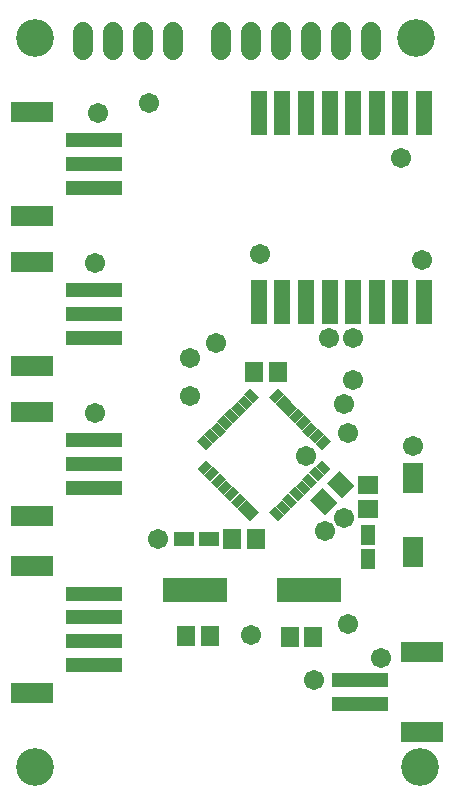
<source format=gbr>
G04 EAGLE Gerber X2 export*
%TF.Part,Single*%
%TF.FileFunction,Soldermask,Top,1*%
%TF.FilePolarity,Negative*%
%TF.GenerationSoftware,Autodesk,EAGLE,8.6.0*%
%TF.CreationDate,2018-02-12T05:02:09Z*%
G75*
%MOMM*%
%FSLAX34Y34*%
%LPD*%
%AMOC8*
5,1,8,0,0,1.08239X$1,22.5*%
G01*
%ADD10C,3.203200*%
%ADD11R,1.503200X1.803200*%
%ADD12R,5.537200X2.133600*%
%ADD13R,1.403200X3.803200*%
%ADD14R,1.803200X2.503200*%
%ADD15R,1.803200X1.503200*%
%ADD16R,1.203200X1.703200*%
%ADD17R,0.743200X1.053200*%
%ADD18C,1.727200*%
%ADD19R,1.703200X1.203200*%
%ADD20R,4.803200X1.203200*%
%ADD21R,3.603200X1.803200*%
%ADD22C,1.703200*%


D10*
X30480Y50800D03*
X30480Y668020D03*
X353314Y668020D03*
X356362Y50800D03*
D11*
X178402Y161290D03*
X158402Y161290D03*
X246286Y160528D03*
X266286Y160528D03*
D12*
X262890Y200660D03*
X166370Y200660D03*
D13*
X360010Y604779D03*
X340010Y604779D03*
X320010Y604779D03*
X300010Y604779D03*
X280010Y604779D03*
X260010Y604779D03*
X240010Y604779D03*
X220010Y604779D03*
X220010Y444779D03*
X240010Y444779D03*
X260010Y444779D03*
X280010Y444779D03*
X300010Y444779D03*
X320010Y444779D03*
X340010Y444779D03*
X360010Y444779D03*
D11*
X216060Y385572D03*
X236060Y385572D03*
G36*
X287066Y274571D02*
X276437Y263942D01*
X263688Y276691D01*
X274317Y287320D01*
X287066Y274571D01*
G37*
G36*
X301208Y288713D02*
X290579Y278084D01*
X277830Y290833D01*
X288459Y301462D01*
X301208Y288713D01*
G37*
D14*
X350520Y295660D03*
X350520Y232660D03*
D15*
X312674Y269400D03*
X312674Y289400D03*
D16*
X312166Y247507D03*
X312166Y226457D03*
D11*
X217772Y243840D03*
X197772Y243840D03*
D17*
G36*
X241317Y263836D02*
X236062Y258581D01*
X228615Y266028D01*
X233870Y271283D01*
X241317Y263836D01*
G37*
G36*
X246974Y269493D02*
X241719Y264238D01*
X234272Y271685D01*
X239527Y276940D01*
X246974Y269493D01*
G37*
G36*
X252631Y275150D02*
X247376Y269895D01*
X239929Y277342D01*
X245184Y282597D01*
X252631Y275150D01*
G37*
G36*
X258287Y280807D02*
X253032Y275552D01*
X245585Y282999D01*
X250840Y288254D01*
X258287Y280807D01*
G37*
G36*
X263944Y286464D02*
X258689Y281209D01*
X251242Y288656D01*
X256497Y293911D01*
X263944Y286464D01*
G37*
G36*
X269530Y292050D02*
X264275Y286795D01*
X256828Y294242D01*
X262083Y299497D01*
X269530Y292050D01*
G37*
G36*
X275187Y297707D02*
X269932Y292452D01*
X262485Y299899D01*
X267740Y305154D01*
X275187Y297707D01*
G37*
G36*
X280844Y303363D02*
X275589Y298108D01*
X268142Y305555D01*
X273397Y310810D01*
X280844Y303363D01*
G37*
G36*
X275660Y331741D02*
X280915Y326486D01*
X273468Y319039D01*
X268213Y324294D01*
X275660Y331741D01*
G37*
G36*
X270003Y337398D02*
X275258Y332143D01*
X267811Y324696D01*
X262556Y329951D01*
X270003Y337398D01*
G37*
G36*
X264346Y343055D02*
X269601Y337800D01*
X262154Y330353D01*
X256899Y335608D01*
X264346Y343055D01*
G37*
G36*
X258689Y348711D02*
X263944Y343456D01*
X256497Y336009D01*
X251242Y341264D01*
X258689Y348711D01*
G37*
G36*
X253032Y354368D02*
X258287Y349113D01*
X250840Y341666D01*
X245585Y346921D01*
X253032Y354368D01*
G37*
G36*
X247376Y360025D02*
X252631Y354770D01*
X245184Y347323D01*
X239929Y352578D01*
X247376Y360025D01*
G37*
G36*
X241719Y365682D02*
X246974Y360427D01*
X239527Y352980D01*
X234272Y358235D01*
X241719Y365682D01*
G37*
G36*
X236062Y371339D02*
X241317Y366084D01*
X233870Y358637D01*
X228615Y363892D01*
X236062Y371339D01*
G37*
G36*
X207755Y366084D02*
X213010Y371339D01*
X220457Y363892D01*
X215202Y358637D01*
X207755Y366084D01*
G37*
G36*
X202098Y360427D02*
X207353Y365682D01*
X214800Y358235D01*
X209545Y352980D01*
X202098Y360427D01*
G37*
G36*
X196441Y354770D02*
X201696Y360025D01*
X209143Y352578D01*
X203888Y347323D01*
X196441Y354770D01*
G37*
G36*
X190785Y349113D02*
X196040Y354368D01*
X203487Y346921D01*
X198232Y341666D01*
X190785Y349113D01*
G37*
G36*
X185128Y343456D02*
X190383Y348711D01*
X197830Y341264D01*
X192575Y336009D01*
X185128Y343456D01*
G37*
G36*
X179471Y337800D02*
X184726Y343055D01*
X192173Y335608D01*
X186918Y330353D01*
X179471Y337800D01*
G37*
G36*
X173814Y332143D02*
X179069Y337398D01*
X186516Y329951D01*
X181261Y324696D01*
X173814Y332143D01*
G37*
G36*
X168157Y326486D02*
X173412Y331741D01*
X180859Y324294D01*
X175604Y319039D01*
X168157Y326486D01*
G37*
G36*
X173412Y298179D02*
X168157Y303434D01*
X175604Y310881D01*
X180859Y305626D01*
X173412Y298179D01*
G37*
G36*
X179069Y292522D02*
X173814Y297777D01*
X181261Y305224D01*
X186516Y299969D01*
X179069Y292522D01*
G37*
G36*
X184726Y286865D02*
X179471Y292120D01*
X186918Y299567D01*
X192173Y294312D01*
X184726Y286865D01*
G37*
G36*
X190383Y281209D02*
X185128Y286464D01*
X192575Y293911D01*
X197830Y288656D01*
X190383Y281209D01*
G37*
G36*
X196040Y275552D02*
X190785Y280807D01*
X198232Y288254D01*
X203487Y282999D01*
X196040Y275552D01*
G37*
G36*
X201696Y269895D02*
X196441Y275150D01*
X203888Y282597D01*
X209143Y277342D01*
X201696Y269895D01*
G37*
G36*
X207353Y264238D02*
X202098Y269493D01*
X209545Y276940D01*
X214800Y271685D01*
X207353Y264238D01*
G37*
G36*
X213010Y258581D02*
X207755Y263836D01*
X215202Y271283D01*
X220457Y266028D01*
X213010Y258581D01*
G37*
D18*
X314960Y657860D02*
X314960Y673100D01*
X289560Y673100D02*
X289560Y657860D01*
X264160Y657860D02*
X264160Y673100D01*
X238760Y673100D02*
X238760Y657860D01*
X213360Y657860D02*
X213360Y673100D01*
X187960Y673100D02*
X187960Y657860D01*
D19*
X157115Y243840D03*
X178165Y243840D03*
D20*
X80180Y137320D03*
X80180Y157320D03*
D21*
X28180Y113320D03*
X28180Y221320D03*
D20*
X80180Y177320D03*
X80180Y197320D03*
X80340Y541340D03*
X80340Y561340D03*
D21*
X28340Y517340D03*
X28340Y605340D03*
D20*
X80340Y581340D03*
X80340Y414340D03*
X80340Y434340D03*
D21*
X28340Y390340D03*
X28340Y478340D03*
D20*
X80340Y454340D03*
X80340Y287340D03*
X80340Y307340D03*
D21*
X28340Y263340D03*
X28340Y351340D03*
D20*
X80340Y327340D03*
D18*
X147320Y657860D02*
X147320Y673100D01*
X121920Y673100D02*
X121920Y657860D01*
X96520Y657860D02*
X96520Y673100D01*
X71120Y673100D02*
X71120Y657860D01*
D20*
X305900Y124300D03*
X305900Y104300D03*
D21*
X357900Y148300D03*
X357900Y80300D03*
D22*
X213360Y162560D03*
X350520Y322580D03*
X292100Y261620D03*
X358140Y480060D03*
X340360Y566420D03*
X220980Y485140D03*
X83820Y604520D03*
X81280Y477520D03*
X81280Y350520D03*
X134620Y243840D03*
X266700Y124460D03*
X299720Y378460D03*
X299720Y414020D03*
X292100Y358140D03*
X279400Y414020D03*
X260350Y314325D03*
X295275Y333375D03*
X184150Y409575D03*
X276225Y250825D03*
X127000Y612775D03*
X161925Y365125D03*
X161925Y396875D03*
X295275Y171450D03*
X323850Y142875D03*
M02*

</source>
